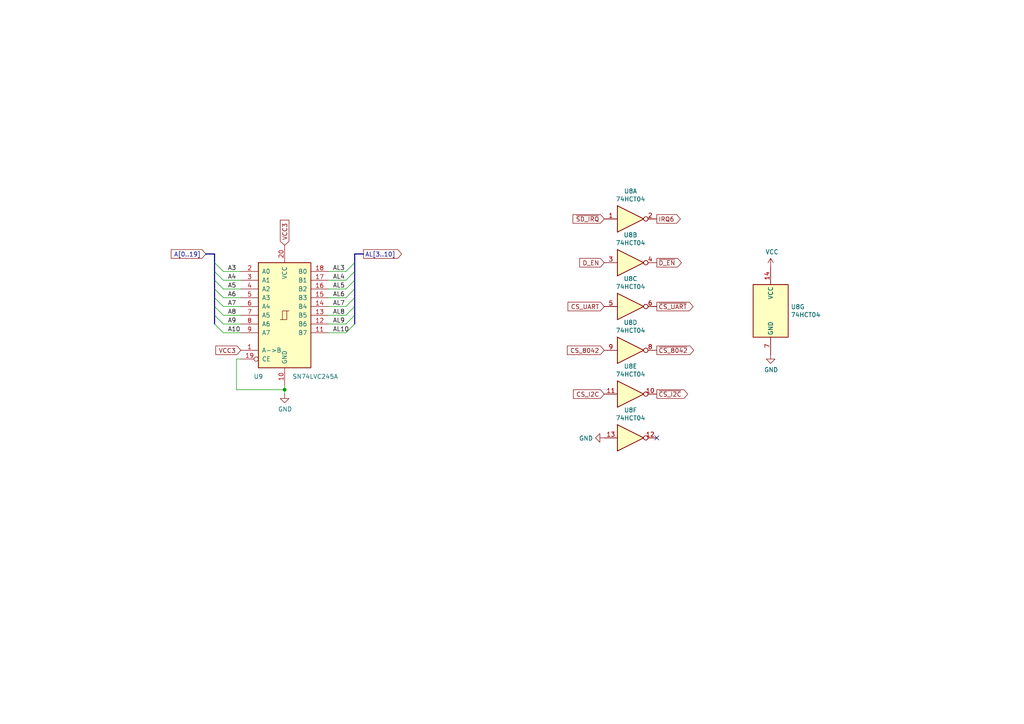
<source format=kicad_sch>
(kicad_sch (version 20230121) (generator eeschema)
  (paper "A4")
  (title_block (title "Mini8086 I/O board") (date "2020-11-05") (rev "1.2"))
  (lib_symbols
    (symbol "74xx:74HC245" (pin_names (offset 1.016))
      (property "Reference" "U" (at -7.62 16.51 0))
      (property "Value" "74HC245" (at -7.62 -16.51 0))
      (symbol "74HC245_1_0"
        (polyline (pts (xy -0.635 -1.27) (xy -0.635 1.27) (xy 0.635 1.27)))
        (polyline (pts (xy -1.27 -1.27) (xy 0.635 -1.27) (xy 0.635 1.27) (xy 1.27 1.27)))
        (pin input line (at -12.7 -10.16 0) (length 5.08) (name "A->B") (number "1"))
        (pin power_in line (at 0 -20.32 90) (length 5.08) (name "GND") (number "10"))
        (pin tri_state line (at 12.7 -5.08 180) (length 5.08) (name "B7") (number "11"))
        (pin tri_state line (at 12.7 -2.54 180) (length 5.08) (name "B6") (number "12"))
        (pin tri_state line (at 12.7 0 180) (length 5.08) (name "B5") (number "13"))
        (pin tri_state line (at 12.7 2.54 180) (length 5.08) (name "B4") (number "14"))
        (pin tri_state line (at 12.7 5.08 180) (length 5.08) (name "B3") (number "15"))
        (pin tri_state line (at 12.7 7.62 180) (length 5.08) (name "B2") (number "16"))
        (pin tri_state line (at 12.7 10.16 180) (length 5.08) (name "B1") (number "17"))
        (pin tri_state line (at 12.7 12.7 180) (length 5.08) (name "B0") (number "18"))
        (pin input inverted (at -12.7 -12.7 0) (length 5.08) (name "CE") (number "19"))
        (pin tri_state line (at -12.7 12.7 0) (length 5.08) (name "A0") (number "2"))
        (pin power_in line (at 0 20.32 270) (length 5.08) (name "VCC") (number "20"))
        (pin tri_state line (at -12.7 10.16 0) (length 5.08) (name "A1") (number "3"))
        (pin tri_state line (at -12.7 7.62 0) (length 5.08) (name "A2") (number "4"))
        (pin tri_state line (at -12.7 5.08 0) (length 5.08) (name "A3") (number "5"))
        (pin tri_state line (at -12.7 2.54 0) (length 5.08) (name "A4") (number "6"))
        (pin tri_state line (at -12.7 0 0) (length 5.08) (name "A5") (number "7"))
        (pin tri_state line (at -12.7 -2.54 0) (length 5.08) (name "A6") (number "8"))
        (pin tri_state line (at -12.7 -5.08 0) (length 5.08) (name "A7") (number "9"))
      )
      (symbol "74HC245_1_1"
        (rectangle (start -7.62 15.24) (end 7.62 -15.24) (stroke (width 0.254)) (fill (type background)))
      )
    )
    (symbol "74xx:74HCT04"
      (property "Reference" "U" (at 0 1.27 0))
      (property "Value" "74HCT04" (at 0 -1.27 0))
      (symbol "74HCT04_1_0"
        (polyline (pts (xy -3.81 3.81) (xy -3.81 -3.81) (xy 3.81 0) (xy -3.81 3.81)) (stroke (width 0.254)) (fill (type background)))
        (pin input line (at -7.62 0 0) (length 3.81) (name "~") (number "1"))
        (pin output inverted (at 7.62 0 180) (length 3.81) (name "~") (number "2"))
      )
      (symbol "74HCT04_2_0"
        (polyline (pts (xy -3.81 3.81) (xy -3.81 -3.81) (xy 3.81 0) (xy -3.81 3.81)) (stroke (width 0.254)) (fill (type background)))
        (pin input line (at -7.62 0 0) (length 3.81) (name "~") (number "3"))
        (pin output inverted (at 7.62 0 180) (length 3.81) (name "~") (number "4"))
      )
      (symbol "74HCT04_3_0"
        (polyline (pts (xy -3.81 3.81) (xy -3.81 -3.81) (xy 3.81 0) (xy -3.81 3.81)) (stroke (width 0.254)) (fill (type background)))
        (pin input line (at -7.62 0 0) (length 3.81) (name "~") (number "5"))
        (pin output inverted (at 7.62 0 180) (length 3.81) (name "~") (number "6"))
      )
      (symbol "74HCT04_4_0"
        (polyline (pts (xy -3.81 3.81) (xy -3.81 -3.81) (xy 3.81 0) (xy -3.81 3.81)) (stroke (width 0.254)) (fill (type background)))
        (pin output inverted (at 7.62 0 180) (length 3.81) (name "~") (number "8"))
        (pin input line (at -7.62 0 0) (length 3.81) (name "~") (number "9"))
      )
      (symbol "74HCT04_5_0"
        (polyline (pts (xy -3.81 3.81) (xy -3.81 -3.81) (xy 3.81 0) (xy -3.81 3.81)) (stroke (width 0.254)) (fill (type background)))
        (pin output inverted (at 7.62 0 180) (length 3.81) (name "~") (number "10"))
        (pin input line (at -7.62 0 0) (length 3.81) (name "~") (number "11"))
      )
      (symbol "74HCT04_6_0"
        (polyline (pts (xy -3.81 3.81) (xy -3.81 -3.81) (xy 3.81 0) (xy -3.81 3.81)) (stroke (width 0.254)) (fill (type background)))
        (pin output inverted (at 7.62 0 180) (length 3.81) (name "~") (number "12"))
        (pin input line (at -7.62 0 0) (length 3.81) (name "~") (number "13"))
      )
      (symbol "74HCT04_7_0"
        (pin power_in line (at 0 12.7 270) (length 5.08) (name "VCC") (number "14"))
        (pin power_in line (at 0 -12.7 90) (length 5.08) (name "GND") (number "7"))
      )
      (symbol "74HCT04_7_1"
        (rectangle (start -5.08 7.62) (end 5.08 -7.62) (stroke (width 0.254)) (fill (type background)))
      )
    )
    (symbol "power:GND" (power) (pin_names (offset 0))
      (property "Value" "GND" (at 0 -3.81 0))
      (symbol "GND_0_1"
        (polyline (pts (xy 0 0) (xy 0 -1.27) (xy 1.27 -1.27) (xy 0 -2.54) (xy -1.27 -1.27) (xy 0 -1.27)))
      )
      (symbol "GND_1_1"
        (pin power_in line (at 0 0 270) (length 0) hide (name "GND") (number "1"))
      )
    )
    (symbol "power:VCC" (power) (pin_names (offset 0))
      (property "Value" "VCC" (at 0 3.81 0))
      (symbol "VCC_0_1"
        (polyline (pts (xy -0.762 1.27) (xy 0 2.54)))
        (polyline (pts (xy 0 0) (xy 0 2.54)))
        (polyline (pts (xy 0 2.54) (xy 0.762 1.27)))
      )
      (symbol "VCC_1_1"
        (pin power_in line (at 0 0 90) (length 0) hide (name "VCC") (number "1"))
      )
    )
  )
  (junction (at 82.55 113.03))
  (no_connect (at 190.5 127))
  (bus_entry (at 100.33 93.98) (size 2.54 -2.54))
  (bus_entry (at 100.33 96.52) (size 2.54 -2.54))
  (bus_entry (at 100.33 83.82) (size 2.54 -2.54))
  (bus_entry (at 100.33 88.9) (size 2.54 -2.54))
  (bus_entry (at 100.33 91.44) (size 2.54 -2.54))
  (bus_entry (at 100.33 81.28) (size 2.54 -2.54))
  (bus_entry (at 64.77 86.36) (size -2.54 -2.54))
  (bus_entry (at 64.77 91.44) (size -2.54 -2.54))
  (bus_entry (at 64.77 81.28) (size -2.54 -2.54))
  (bus_entry (at 100.33 86.36) (size 2.54 -2.54))
  (bus_entry (at 64.77 93.98) (size -2.54 -2.54))
  (bus_entry (at 64.77 83.82) (size -2.54 -2.54))
  (bus_entry (at 100.33 78.74) (size 2.54 -2.54))
  (bus_entry (at 64.77 88.9) (size -2.54 -2.54))
  (bus_entry (at 64.77 78.74) (size -2.54 -2.54))
  (bus_entry (at 64.77 96.52) (size -2.54 -2.54))
  (wire (pts (xy 100.33 93.98) (xy 95.25 93.98)))
  (bus (pts (xy 62.23 78.74) (xy 62.23 81.28)))
  (wire (pts (xy 64.77 93.98) (xy 69.85 93.98)))
  (wire (pts (xy 82.55 113.03) (xy 68.58 113.03)))
  (bus (pts (xy 62.23 86.36) (xy 62.23 88.9)))
  (wire (pts (xy 69.85 86.36) (xy 64.77 86.36)))
  (bus (pts (xy 62.23 88.9) (xy 62.23 91.44)))
  (wire (pts (xy 69.85 96.52) (xy 64.77 96.52)))
  (bus (pts (xy 62.23 91.44) (xy 62.23 93.98)))
  (wire (pts (xy 64.77 78.74) (xy 69.85 78.74)))
  (bus (pts (xy 62.23 76.2) (xy 62.23 78.74)))
  (wire (pts (xy 100.33 91.44) (xy 95.25 91.44)))
  (wire (pts (xy 100.33 81.28) (xy 95.25 81.28)))
  (wire (pts (xy 68.58 104.14) (xy 69.85 104.14)))
  (bus (pts (xy 62.23 73.66) (xy 59.69 73.66)))
  (bus (pts (xy 102.87 73.66) (xy 105.41 73.66)))
  (wire (pts (xy 68.58 113.03) (xy 68.58 104.14)))
  (bus (pts (xy 102.87 86.36) (xy 102.87 88.9)))
  (wire (pts (xy 82.55 113.03) (xy 82.55 111.76)))
  (wire (pts (xy 95.25 78.74) (xy 100.33 78.74)))
  (bus (pts (xy 102.87 73.66) (xy 102.87 76.2)))
  (wire (pts (xy 64.77 91.44) (xy 69.85 91.44)))
  (wire (pts (xy 64.77 83.82) (xy 69.85 83.82)))
  (bus (pts (xy 62.23 73.66) (xy 62.23 76.2)))
  (bus (pts (xy 62.23 83.82) (xy 62.23 86.36)))
  (wire (pts (xy 82.55 114.3) (xy 82.55 113.03)))
  (wire (pts (xy 95.25 88.9) (xy 100.33 88.9)))
  (wire (pts (xy 64.77 88.9) (xy 69.85 88.9)))
  (wire (pts (xy 100.33 96.52) (xy 95.25 96.52)))
  (bus (pts (xy 102.87 81.28) (xy 102.87 83.82)))
  (bus (pts (xy 102.87 91.44) (xy 102.87 93.98)))
  (wire (pts (xy 100.33 86.36) (xy 95.25 86.36)))
  (wire (pts (xy 64.77 81.28) (xy 69.85 81.28)))
  (bus (pts (xy 102.87 78.74) (xy 102.87 81.28)))
  (bus (pts (xy 102.87 76.2) (xy 102.87 78.74)))
  (bus (pts (xy 62.23 81.28) (xy 62.23 83.82)))
  (wire (pts (xy 100.33 83.82) (xy 95.25 83.82)))
  (bus (pts (xy 102.87 88.9) (xy 102.87 91.44)))
  (bus (pts (xy 102.87 83.82) (xy 102.87 86.36)))
  (label "A6" (at 66.04 86.36 0))
  (label "A4" (at 66.04 81.28 0))
  (label "AL3" (at 96.52 78.74 0))
  (label "A3" (at 66.04 78.74 0))
  (label "A8" (at 66.04 91.44 0))
  (label "AL8" (at 96.52 91.44 0))
  (label "A9" (at 66.04 93.98 0))
  (label "AL10" (at 96.52 96.52 0))
  (label "A7" (at 66.04 88.9 0))
  (label "AL7" (at 96.52 88.9 0))
  (label "AL4" (at 96.52 81.28 0))
  (label "A5" (at 66.04 83.82 0))
  (label "AL5" (at 96.52 83.82 0))
  (label "AL6" (at 96.52 86.36 0))
  (label "AL9" (at 96.52 93.98 0))
  (label "A10" (at 66.04 96.52 0))
  (global_label "~{D_EN}" (shape output) (at 190.5 76.2 0) (property "Intersheetrefs" "${INTERSHEET_REFS}" (effects hide)))
  (global_label "~{CS_UART}" (shape output) (at 190.5 88.9 0) (property "Intersheetrefs" "${INTERSHEET_REFS}" (effects hide)))
  (global_label "~{CS_8042}" (shape output) (at 190.5 101.6 0) (property "Intersheetrefs" "${INTERSHEET_REFS}" (effects hide)))
  (global_label "AL[3..10]" (shape output) (at 105.41 73.66 0) (property "Intersheetrefs" "${INTERSHEET_REFS}" (effects hide)))
  (global_label "VCC3" (shape input) (at 69.85 101.6 180) (property "Intersheetrefs" "${INTERSHEET_REFS}" (effects hide)))
  (global_label "~{CS_I2C}" (shape output) (at 190.5 114.3 0) (property "Intersheetrefs" "${INTERSHEET_REFS}" (effects hide)))
  (global_label "A[0..19]" (shape input) (at 59.69 73.66 180) (property "Intersheetrefs" "${INTERSHEET_REFS}" (effects hide)))
  (global_label "CS_I2C" (shape input) (at 175.26 114.3 180) (property "Intersheetrefs" "${INTERSHEET_REFS}" (effects hide)))
  (global_label "VCC3" (shape input) (at 82.55 71.12 90) (property "Intersheetrefs" "${INTERSHEET_REFS}" (effects hide)))
  (global_label "D_EN" (shape input) (at 175.26 76.2 180) (property "Intersheetrefs" "${INTERSHEET_REFS}" (effects hide)))
  (global_label "~{SD_IRQ}" (shape input) (at 175.26 63.5 180) (property "Intersheetrefs" "${INTERSHEET_REFS}" (effects hide)))
  (global_label "CS_UART" (shape input) (at 175.26 88.9 180) (property "Intersheetrefs" "${INTERSHEET_REFS}" (effects hide)))
  (global_label "CS_8042" (shape input) (at 175.26 101.6 180) (property "Intersheetrefs" "${INTERSHEET_REFS}" (effects hide)))
  (global_label "IRQ6" (shape output) (at 190.5 63.5 0) (property "Intersheetrefs" "${INTERSHEET_REFS}" (effects hide)))
  (symbol (lib_id "74xx:74HCT04") (at 182.88 63.5 0) (unit 1)
    (property "Reference" "U8" (at 182.88 55.4482 0))
    (property "Value" "74HCT04" (at 182.88 57.7596 0))
    (property "Footprint" "Package_SO:SOIC-14_3.9x8.7mm_P1.27mm" (effects hide))
    (property "Datasheet" "https://assets.nexperia.com/documents/data-sheet/74HC_HCT04.pdf" (effects hide))
  )
  (symbol (lib_id "74xx:74HCT04") (at 182.88 76.2 0) (unit 2)
    (property "Reference" "U8" (at 182.88 68.1482 0))
    (property "Value" "74HCT04" (at 182.88 70.4596 0))
    (property "Footprint" "Package_SO:SOIC-14_3.9x8.7mm_P1.27mm" (effects hide))
    (property "Datasheet" "https://assets.nexperia.com/documents/data-sheet/74HC_HCT04.pdf" (effects hide))
  )
  (symbol (lib_id "74xx:74HCT04") (at 182.88 88.9 0) (unit 3)
    (property "Reference" "U8" (at 182.88 80.8482 0))
    (property "Value" "74HCT04" (at 182.88 83.1596 0))
    (property "Footprint" "Package_SO:SOIC-14_3.9x8.7mm_P1.27mm" (effects hide))
    (property "Datasheet" "https://assets.nexperia.com/documents/data-sheet/74HC_HCT04.pdf" (effects hide))
  )
  (symbol (lib_id "74xx:74HCT04") (at 182.88 101.6 0) (unit 4)
    (property "Reference" "U8" (at 182.88 93.5482 0))
    (property "Value" "74HCT04" (at 182.88 95.8596 0))
    (property "Footprint" "Package_SO:SOIC-14_3.9x8.7mm_P1.27mm" (effects hide))
    (property "Datasheet" "https://assets.nexperia.com/documents/data-sheet/74HC_HCT04.pdf" (effects hide))
  )
  (symbol (lib_id "74xx:74HCT04") (at 182.88 114.3 0) (unit 5)
    (property "Reference" "U8" (at 182.88 106.2482 0))
    (property "Value" "74HCT04" (at 182.88 108.5596 0))
    (property "Footprint" "Package_SO:SOIC-14_3.9x8.7mm_P1.27mm" (effects hide))
    (property "Datasheet" "https://assets.nexperia.com/documents/data-sheet/74HC_HCT04.pdf" (effects hide))
  )
  (symbol (lib_id "74xx:74HCT04") (at 182.88 127 0) (unit 6)
    (property "Reference" "U8" (at 182.88 118.9482 0))
    (property "Value" "74HCT04" (at 182.88 121.2596 0))
    (property "Footprint" "Package_SO:SOIC-14_3.9x8.7mm_P1.27mm" (effects hide))
    (property "Datasheet" "https://assets.nexperia.com/documents/data-sheet/74HC_HCT04.pdf" (effects hide))
  )
  (symbol (lib_id "74xx:74HCT04") (at 223.52 90.17 0) (unit 7)
    (property "Reference" "U8" (at 229.362 89.0016 0) (effects (justify left)))
    (property "Value" "74HCT04" (at 229.362 91.313 0) (effects (justify left)))
    (property "Footprint" "Package_SO:SOIC-14_3.9x8.7mm_P1.27mm" (effects hide))
    (property "Datasheet" "https://assets.nexperia.com/documents/data-sheet/74HC_HCT04.pdf" (effects hide))
  )
  (symbol (lib_id "power:GND") (at 223.52 102.87 0) (unit 1)
    (property "Reference" "#PWR0104" (effects hide))
    (property "Value" "GND" (at 223.647 107.2642 0))
  )
  (symbol (lib_id "power:VCC") (at 223.52 77.47 0) (unit 1)
    (property "Reference" "#PWR0114" (effects hide))
    (property "Value" "VCC" (at 223.901 73.0758 0))
  )
  (symbol (lib_id "power:GND") (at 82.55 114.3 0) (unit 1)
    (property "Reference" "#PWR0115" (effects hide))
    (property "Value" "GND" (at 82.677 118.6942 0))
  )
  (symbol (lib_id "power:GND") (at 175.26 127 270) (unit 1)
    (property "Reference" "#PWR0118" (effects hide))
    (property "Value" "GND" (at 172.0088 127.127 90) (effects (justify right)))
  )
  (symbol (lib_id "74xx:74HC245") (at 82.55 91.44 0) (unit 1)
    (property "Reference" "U9" (at 74.93 109.22 0))
    (property "Value" "SN74LVC245A" (at 91.44 109.22 0))
    (property "Footprint" "Package_SO:TSSOP-20_4.4x6.5mm_P0.65mm" (effects hide))
    (property "Datasheet" "http://www.ti.com/lit/gpn/sn74HC245" (effects hide))
  )
)
</source>
